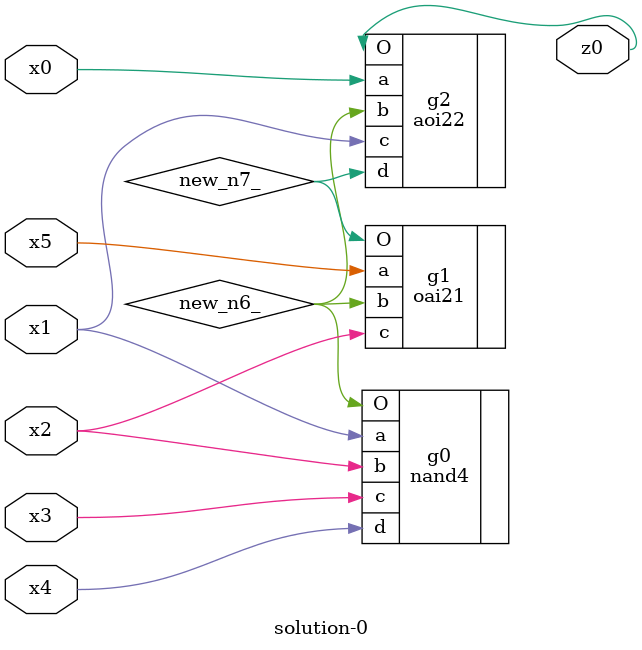
<source format=v>
module \solution-0 (
  x0, x1, x2, x3, x4, x5,
  z0 );
  input x0, x1, x2, x3, x4, x5;
  output z0;
  wire new_n6_, new_n7_;
  nand4  g0(.a(x1), .b(x2), .c(x3), .d(x4), .O(new_n6_));
  oai21  g1(.a(x5), .b(new_n6_), .c(x2), .O(new_n7_));
  aoi22  g2(.a(x0), .b(new_n6_), .c(x1), .d(new_n7_), .O(z0));
endmodule

</source>
